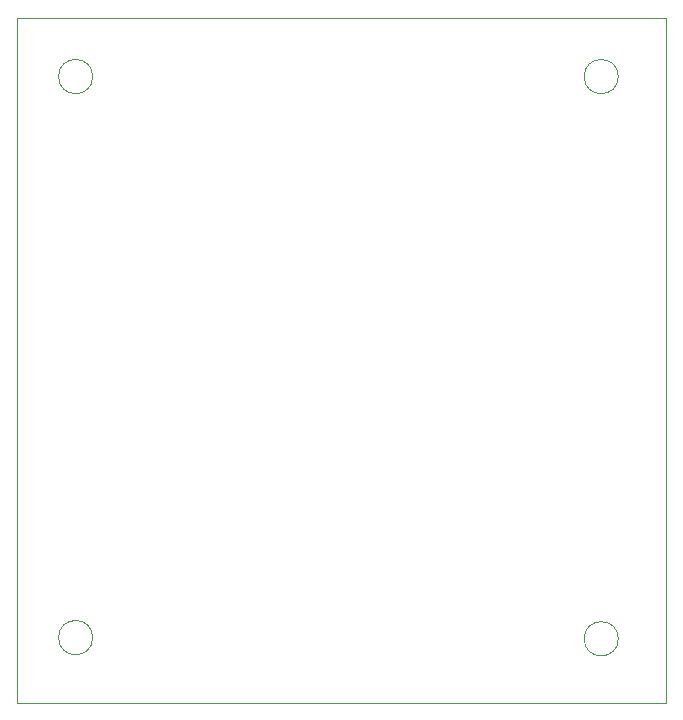
<source format=gbr>
%TF.GenerationSoftware,KiCad,Pcbnew,9.0.5*%
%TF.CreationDate,2026-01-09T15:49:09-08:00*%
%TF.ProjectId,Linear_Voltage_Regulator,4c696e65-6172-45f5-966f-6c746167655f,rev?*%
%TF.SameCoordinates,Original*%
%TF.FileFunction,Profile,NP*%
%FSLAX46Y46*%
G04 Gerber Fmt 4.6, Leading zero omitted, Abs format (unit mm)*
G04 Created by KiCad (PCBNEW 9.0.5) date 2026-01-09 15:49:09*
%MOMM*%
%LPD*%
G01*
G04 APERTURE LIST*
%TA.AperFunction,Profile*%
%ADD10C,0.050000*%
%TD*%
G04 APERTURE END LIST*
D10*
X178450000Y-122100000D02*
G75*
G02*
X175550000Y-122100000I-1450000J0D01*
G01*
X175550000Y-122100000D02*
G75*
G02*
X178450000Y-122100000I1450000J0D01*
G01*
X133950000Y-122000000D02*
G75*
G02*
X131050000Y-122000000I-1450000J0D01*
G01*
X131050000Y-122000000D02*
G75*
G02*
X133950000Y-122000000I1450000J0D01*
G01*
X178450000Y-74500000D02*
G75*
G02*
X175550000Y-74500000I-1450000J0D01*
G01*
X175550000Y-74500000D02*
G75*
G02*
X178450000Y-74500000I1450000J0D01*
G01*
X133950000Y-74500000D02*
G75*
G02*
X131050000Y-74500000I-1450000J0D01*
G01*
X131050000Y-74500000D02*
G75*
G02*
X133950000Y-74500000I1450000J0D01*
G01*
X127500000Y-69500000D02*
X182500000Y-69500000D01*
X182500000Y-127500000D01*
X127500000Y-127500000D01*
X127500000Y-69500000D01*
M02*

</source>
